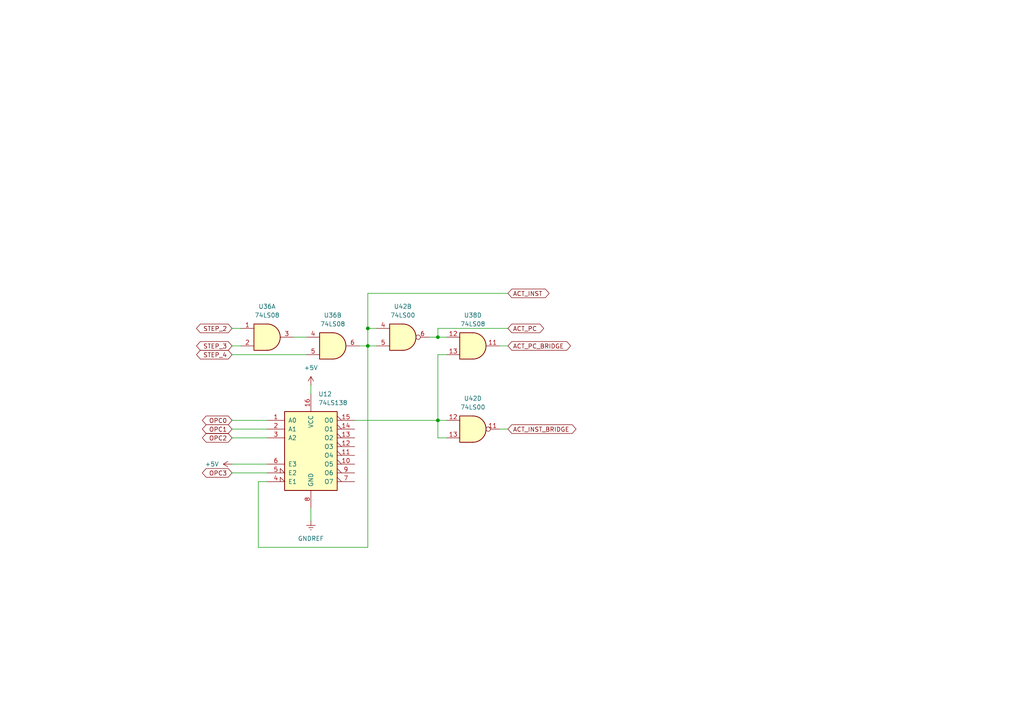
<source format=kicad_sch>
(kicad_sch (version 20250114) (generator "eeschema") (generator_version "9.0")
  (paper "A4")
  (title_block (title "Osnova8 CPU") (date "2026-01-12") (rev "1"))
  (lib_symbols
    (symbol "74xx:74LS00" (pin_names (offset 1.016))
      (property "Reference" "U" (at 0 1.27 0))
      (property "Value" "74LS00" (at 0 -1.27 0))
      (symbol "74LS00_1_1"
        (arc (start 0 3.81) (mid 3.7934 0) (end 0 -3.81) (stroke (width 0.254)) (fill (type background)))
        (polyline (pts (xy 0 3.81) (xy -3.81 3.81) (xy -3.81 -3.81) (xy 0 -3.81)) (stroke (width 0.254)) (fill (type background)))
        (pin input line (at -7.62 2.54 0) (length 3.81) (name "~") (number "1"))
        (pin input line (at -7.62 -2.54 0) (length 3.81) (name "~") (number "2"))
        (pin output inverted (at 7.62 0 180) (length 3.81) (name "~") (number "3"))
      )
      (symbol "74LS00_1_2"
        (arc (start -3.81 3.81) (mid -2.589 0) (end -3.81 -3.81) (stroke (width 0.254)))
        (polyline (pts (xy -3.81 3.81) (xy -0.635 3.81)) (stroke (width 0.254)) (fill (type background)))
        (polyline (pts (xy -3.81 -3.81) (xy -0.635 -3.81)) (stroke (width 0.254)) (fill (type background)))
        (arc (start 3.81 0) (mid 2.1855 -2.584) (end -0.6096 -3.81) (stroke (width 0.254)) (fill (type background)))
        (arc (start -0.6096 3.81) (mid 2.1928 2.5924) (end 3.81 0) (stroke (width 0.254)) (fill (type background)))
        (polyline (pts (xy -0.635 3.81) (xy -3.81 3.81) (xy -3.81 3.81) (xy -3.556 3.4036) (xy -3.0226 2.2606) (xy -2.6924 1.0414) (xy -2.6162 -0.254) (xy -2.7686 -1.4986) (xy -3.175 -2.7178) (xy -3.81 -3.81) (xy -3.81 -3.81) (xy -0.635 -3.81)) (stroke (width -25.4)) (fill (type background)))
        (pin input inverted (at -7.62 2.54 0) (length 4.318) (name "~") (number "1"))
        (pin input inverted (at -7.62 -2.54 0) (length 4.318) (name "~") (number "2"))
        (pin output line (at 7.62 0 180) (length 3.81) (name "~") (number "3"))
      )
      (symbol "74LS00_2_1"
        (arc (start 0 3.81) (mid 3.7934 0) (end 0 -3.81) (stroke (width 0.254)) (fill (type background)))
        (polyline (pts (xy 0 3.81) (xy -3.81 3.81) (xy -3.81 -3.81) (xy 0 -3.81)) (stroke (width 0.254)) (fill (type background)))
        (pin input line (at -7.62 2.54 0) (length 3.81) (name "~") (number "4"))
        (pin input line (at -7.62 -2.54 0) (length 3.81) (name "~") (number "5"))
        (pin output inverted (at 7.62 0 180) (length 3.81) (name "~") (number "6"))
      )
      (symbol "74LS00_2_2"
        (arc (start -3.81 3.81) (mid -2.589 0) (end -3.81 -3.81) (stroke (width 0.254)))
        (polyline (pts (xy -3.81 3.81) (xy -0.635 3.81)) (stroke (width 0.254)) (fill (type background)))
        (polyline (pts (xy -3.81 -3.81) (xy -0.635 -3.81)) (stroke (width 0.254)) (fill (type background)))
        (arc (start 3.81 0) (mid 2.1855 -2.584) (end -0.6096 -3.81) (stroke (width 0.254)) (fill (type background)))
        (arc (start -0.6096 3.81) (mid 2.1928 2.5924) (end 3.81 0) (stroke (width 0.254)) (fill (type background)))
        (polyline (pts (xy -0.635 3.81) (xy -3.81 3.81) (xy -3.81 3.81) (xy -3.556 3.4036) (xy -3.0226 2.2606) (xy -2.6924 1.0414) (xy -2.6162 -0.254) (xy -2.7686 -1.4986) (xy -3.175 -2.7178) (xy -3.81 -3.81) (xy -3.81 -3.81) (xy -0.635 -3.81)) (stroke (width -25.4)) (fill (type background)))
        (pin input inverted (at -7.62 2.54 0) (length 4.318) (name "~") (number "4"))
        (pin input inverted (at -7.62 -2.54 0) (length 4.318) (name "~") (number "5"))
        (pin output line (at 7.62 0 180) (length 3.81) (name "~") (number "6"))
      )
      (symbol "74LS00_3_1"
        (arc (start 0 3.81) (mid 3.7934 0) (end 0 -3.81) (stroke (width 0.254)) (fill (type background)))
        (polyline (pts (xy 0 3.81) (xy -3.81 3.81) (xy -3.81 -3.81) (xy 0 -3.81)) (stroke (width 0.254)) (fill (type background)))
        (pin input line (at -7.62 2.54 0) (length 3.81) (name "~") (number "9"))
        (pin input line (at -7.62 -2.54 0) (length 3.81) (name "~") (number "10"))
        (pin output inverted (at 7.62 0 180) (length 3.81) (name "~") (number "8"))
      )
      (symbol "74LS00_3_2"
        (arc (start -3.81 3.81) (mid -2.589 0) (end -3.81 -3.81) (stroke (width 0.254)))
        (polyline (pts (xy -3.81 3.81) (xy -0.635 3.81)) (stroke (width 0.254)) (fill (type background)))
        (polyline (pts (xy -3.81 -3.81) (xy -0.635 -3.81)) (stroke (width 0.254)) (fill (type background)))
        (arc (start 3.81 0) (mid 2.1855 -2.584) (end -0.6096 -3.81) (stroke (width 0.254)) (fill (type background)))
        (arc (start -0.6096 3.81) (mid 2.1928 2.5924) (end 3.81 0) (stroke (width 0.254)) (fill (type background)))
        (polyline (pts (xy -0.635 3.81) (xy -3.81 3.81) (xy -3.81 3.81) (xy -3.556 3.4036) (xy -3.0226 2.2606) (xy -2.6924 1.0414) (xy -2.6162 -0.254) (xy -2.7686 -1.4986) (xy -3.175 -2.7178) (xy -3.81 -3.81) (xy -3.81 -3.81) (xy -0.635 -3.81)) (stroke (width -25.4)) (fill (type background)))
        (pin input inverted (at -7.62 2.54 0) (length 4.318) (name "~") (number "9"))
        (pin input inverted (at -7.62 -2.54 0) (length 4.318) (name "~") (number "10"))
        (pin output line (at 7.62 0 180) (length 3.81) (name "~") (number "8"))
      )
      (symbol "74LS00_4_1"
        (arc (start 0 3.81) (mid 3.7934 0) (end 0 -3.81) (stroke (width 0.254)) (fill (type background)))
        (polyline (pts (xy 0 3.81) (xy -3.81 3.81) (xy -3.81 -3.81) (xy 0 -3.81)) (stroke (width 0.254)) (fill (type background)))
        (pin input line (at -7.62 2.54 0) (length 3.81) (name "~") (number "12"))
        (pin input line (at -7.62 -2.54 0) (length 3.81) (name "~") (number "13"))
        (pin output inverted (at 7.62 0 180) (length 3.81) (name "~") (number "11"))
      )
      (symbol "74LS00_4_2"
        (arc (start -3.81 3.81) (mid -2.589 0) (end -3.81 -3.81) (stroke (width 0.254)))
        (polyline (pts (xy -3.81 3.81) (xy -0.635 3.81)) (stroke (width 0.254)) (fill (type background)))
        (polyline (pts (xy -3.81 -3.81) (xy -0.635 -3.81)) (stroke (width 0.254)) (fill (type background)))
        (arc (start 3.81 0) (mid 2.1855 -2.584) (end -0.6096 -3.81) (stroke (width 0.254)) (fill (type background)))
        (arc (start -0.6096 3.81) (mid 2.1928 2.5924) (end 3.81 0) (stroke (width 0.254)) (fill (type background)))
        (polyline (pts (xy -0.635 3.81) (xy -3.81 3.81) (xy -3.81 3.81) (xy -3.556 3.4036) (xy -3.0226 2.2606) (xy -2.6924 1.0414) (xy -2.6162 -0.254) (xy -2.7686 -1.4986) (xy -3.175 -2.7178) (xy -3.81 -3.81) (xy -3.81 -3.81) (xy -0.635 -3.81)) (stroke (width -25.4)) (fill (type background)))
        (pin input inverted (at -7.62 2.54 0) (length 4.318) (name "~") (number "12"))
        (pin input inverted (at -7.62 -2.54 0) (length 4.318) (name "~") (number "13"))
        (pin output line (at 7.62 0 180) (length 3.81) (name "~") (number "11"))
      )
      (symbol "74LS00_5_0"
        (pin power_in line (at 0 12.7 270) (length 5.08) (name "VCC") (number "14"))
        (pin power_in line (at 0 -12.7 90) (length 5.08) (name "GND") (number "7"))
      )
      (symbol "74LS00_5_1"
        (rectangle (start -5.08 7.62) (end 5.08 -7.62) (stroke (width 0.254)) (fill (type background)))
      )
    )
    (symbol "74xx:74LS08" (pin_names (offset 1.016))
      (property "Reference" "U" (at 0 1.27 0))
      (property "Value" "74LS08" (at 0 -1.27 0))
      (symbol "74LS08_1_1"
        (arc (start 0 3.81) (mid 3.7934 0) (end 0 -3.81) (stroke (width 0.254)) (fill (type background)))
        (polyline (pts (xy 0 3.81) (xy -3.81 3.81) (xy -3.81 -3.81) (xy 0 -3.81)) (stroke (width 0.254)) (fill (type background)))
        (pin input line (at -7.62 2.54 0) (length 3.81) (name "~") (number "1"))
        (pin input line (at -7.62 -2.54 0) (length 3.81) (name "~") (number "2"))
        (pin output line (at 7.62 0 180) (length 3.81) (name "~") (number "3"))
      )
      (symbol "74LS08_1_2"
        (arc (start -3.81 3.81) (mid -2.589 0) (end -3.81 -3.81) (stroke (width 0.254)))
        (polyline (pts (xy -3.81 3.81) (xy -0.635 3.81)) (stroke (width 0.254)) (fill (type background)))
        (polyline (pts (xy -3.81 -3.81) (xy -0.635 -3.81)) (stroke (width 0.254)) (fill (type background)))
        (arc (start 3.81 0) (mid 2.1855 -2.584) (end -0.6096 -3.81) (stroke (width 0.254)) (fill (type background)))
        (arc (start -0.6096 3.81) (mid 2.1928 2.5924) (end 3.81 0) (stroke (width 0.254)) (fill (type background)))
        (polyline (pts (xy -0.635 3.81) (xy -3.81 3.81) (xy -3.81 3.81) (xy -3.556 3.4036) (xy -3.0226 2.2606) (xy -2.6924 1.0414) (xy -2.6162 -0.254) (xy -2.7686 -1.4986) (xy -3.175 -2.7178) (xy -3.81 -3.81) (xy -3.81 -3.81) (xy -0.635 -3.81)) (stroke (width -25.4)) (fill (type background)))
        (pin input inverted (at -7.62 2.54 0) (length 4.318) (name "~") (number "1"))
        (pin input inverted (at -7.62 -2.54 0) (length 4.318) (name "~") (number "2"))
        (pin output inverted (at 7.62 0 180) (length 3.81) (name "~") (number "3"))
      )
      (symbol "74LS08_2_1"
        (arc (start 0 3.81) (mid 3.7934 0) (end 0 -3.81) (stroke (width 0.254)) (fill (type background)))
        (polyline (pts (xy 0 3.81) (xy -3.81 3.81) (xy -3.81 -3.81) (xy 0 -3.81)) (stroke (width 0.254)) (fill (type background)))
        (pin input line (at -7.62 2.54 0) (length 3.81) (name "~") (number "4"))
        (pin input line (at -7.62 -2.54 0) (length 3.81) (name "~") (number "5"))
        (pin output line (at 7.62 0 180) (length 3.81) (name "~") (number "6"))
      )
      (symbol "74LS08_2_2"
        (arc (start -3.81 3.81) (mid -2.589 0) (end -3.81 -3.81) (stroke (width 0.254)))
        (polyline (pts (xy -3.81 3.81) (xy -0.635 3.81)) (stroke (width 0.254)) (fill (type background)))
        (polyline (pts (xy -3.81 -3.81) (xy -0.635 -3.81)) (stroke (width 0.254)) (fill (type background)))
        (arc (start 3.81 0) (mid 2.1855 -2.584) (end -0.6096 -3.81) (stroke (width 0.254)) (fill (type background)))
        (arc (start -0.6096 3.81) (mid 2.1928 2.5924) (end 3.81 0) (stroke (width 0.254)) (fill (type background)))
        (polyline (pts (xy -0.635 3.81) (xy -3.81 3.81) (xy -3.81 3.81) (xy -3.556 3.4036) (xy -3.0226 2.2606) (xy -2.6924 1.0414) (xy -2.6162 -0.254) (xy -2.7686 -1.4986) (xy -3.175 -2.7178) (xy -3.81 -3.81) (xy -3.81 -3.81) (xy -0.635 -3.81)) (stroke (width -25.4)) (fill (type background)))
        (pin input inverted (at -7.62 2.54 0) (length 4.318) (name "~") (number "4"))
        (pin input inverted (at -7.62 -2.54 0) (length 4.318) (name "~") (number "5"))
        (pin output inverted (at 7.62 0 180) (length 3.81) (name "~") (number "6"))
      )
      (symbol "74LS08_3_1"
        (arc (start 0 3.81) (mid 3.7934 0) (end 0 -3.81) (stroke (width 0.254)) (fill (type background)))
        (polyline (pts (xy 0 3.81) (xy -3.81 3.81) (xy -3.81 -3.81) (xy 0 -3.81)) (stroke (width 0.254)) (fill (type background)))
        (pin input line (at -7.62 2.54 0) (length 3.81) (name "~") (number "9"))
        (pin input line (at -7.62 -2.54 0) (length 3.81) (name "~") (number "10"))
        (pin output line (at 7.62 0 180) (length 3.81) (name "~") (number "8"))
      )
      (symbol "74LS08_3_2"
        (arc (start -3.81 3.81) (mid -2.589 0) (end -3.81 -3.81) (stroke (width 0.254)))
        (polyline (pts (xy -3.81 3.81) (xy -0.635 3.81)) (stroke (width 0.254)) (fill (type background)))
        (polyline (pts (xy -3.81 -3.81) (xy -0.635 -3.81)) (stroke (width 0.254)) (fill (type background)))
        (arc (start 3.81 0) (mid 2.1855 -2.584) (end -0.6096 -3.81) (stroke (width 0.254)) (fill (type background)))
        (arc (start -0.6096 3.81) (mid 2.1928 2.5924) (end 3.81 0) (stroke (width 0.254)) (fill (type background)))
        (polyline (pts (xy -0.635 3.81) (xy -3.81 3.81) (xy -3.81 3.81) (xy -3.556 3.4036) (xy -3.0226 2.2606) (xy -2.6924 1.0414) (xy -2.6162 -0.254) (xy -2.7686 -1.4986) (xy -3.175 -2.7178) (xy -3.81 -3.81) (xy -3.81 -3.81) (xy -0.635 -3.81)) (stroke (width -25.4)) (fill (type background)))
        (pin input inverted (at -7.62 2.54 0) (length 4.318) (name "~") (number "9"))
        (pin input inverted (at -7.62 -2.54 0) (length 4.318) (name "~") (number "10"))
        (pin output inverted (at 7.62 0 180) (length 3.81) (name "~") (number "8"))
      )
      (symbol "74LS08_4_1"
        (arc (start 0 3.81) (mid 3.7934 0) (end 0 -3.81) (stroke (width 0.254)) (fill (type background)))
        (polyline (pts (xy 0 3.81) (xy -3.81 3.81) (xy -3.81 -3.81) (xy 0 -3.81)) (stroke (width 0.254)) (fill (type background)))
        (pin input line (at -7.62 2.54 0) (length 3.81) (name "~") (number "12"))
        (pin input line (at -7.62 -2.54 0) (length 3.81) (name "~") (number "13"))
        (pin output line (at 7.62 0 180) (length 3.81) (name "~") (number "11"))
      )
      (symbol "74LS08_4_2"
        (arc (start -3.81 3.81) (mid -2.589 0) (end -3.81 -3.81) (stroke (width 0.254)))
        (polyline (pts (xy -3.81 3.81) (xy -0.635 3.81)) (stroke (width 0.254)) (fill (type background)))
        (polyline (pts (xy -3.81 -3.81) (xy -0.635 -3.81)) (stroke (width 0.254)) (fill (type background)))
        (arc (start 3.81 0) (mid 2.1855 -2.584) (end -0.6096 -3.81) (stroke (width 0.254)) (fill (type background)))
        (arc (start -0.6096 3.81) (mid 2.1928 2.5924) (end 3.81 0) (stroke (width 0.254)) (fill (type background)))
        (polyline (pts (xy -0.635 3.81) (xy -3.81 3.81) (xy -3.81 3.81) (xy -3.556 3.4036) (xy -3.0226 2.2606) (xy -2.6924 1.0414) (xy -2.6162 -0.254) (xy -2.7686 -1.4986) (xy -3.175 -2.7178) (xy -3.81 -3.81) (xy -3.81 -3.81) (xy -0.635 -3.81)) (stroke (width -25.4)) (fill (type background)))
        (pin input inverted (at -7.62 2.54 0) (length 4.318) (name "~") (number "12"))
        (pin input inverted (at -7.62 -2.54 0) (length 4.318) (name "~") (number "13"))
        (pin output inverted (at 7.62 0 180) (length 3.81) (name "~") (number "11"))
      )
      (symbol "74LS08_5_0"
        (pin power_in line (at 0 12.7 270) (length 5.08) (name "VCC") (number "14"))
        (pin power_in line (at 0 -12.7 90) (length 5.08) (name "GND") (number "7"))
      )
      (symbol "74LS08_5_1"
        (rectangle (start -5.08 7.62) (end 5.08 -7.62) (stroke (width 0.254)) (fill (type background)))
      )
    )
    (symbol "74xx:74LS138" (pin_names (offset 1.016))
      (property "Reference" "U" (at -7.62 11.43 0))
      (property "Value" "74LS138" (at -7.62 -13.97 0))
      (symbol "74LS138_1_0"
        (pin input line (at -12.7 7.62 0) (length 5.08) (name "A0") (number "1"))
        (pin input line (at -12.7 5.08 0) (length 5.08) (name "A1") (number "2"))
        (pin input line (at -12.7 2.54 0) (length 5.08) (name "A2") (number "3"))
        (pin input line (at -12.7 -5.08 0) (length 5.08) (name "E3") (number "6"))
        (pin input input_low (at -12.7 -7.62 0) (length 5.08) (name "E2") (number "5"))
        (pin input input_low (at -12.7 -10.16 0) (length 5.08) (name "E1") (number "4"))
        (pin power_in line (at 0 15.24 270) (length 5.08) (name "VCC") (number "16"))
        (pin power_in line (at 0 -17.78 90) (length 5.08) (name "GND") (number "8"))
        (pin output output_low (at 12.7 7.62 180) (length 5.08) (name "O0") (number "15"))
        (pin output output_low (at 12.7 5.08 180) (length 5.08) (name "O1") (number "14"))
        (pin output output_low (at 12.7 2.54 180) (length 5.08) (name "O2") (number "13"))
        (pin output output_low (at 12.7 0 180) (length 5.08) (name "O3") (number "12"))
        (pin output output_low (at 12.7 -2.54 180) (length 5.08) (name "O4") (number "11"))
        (pin output output_low (at 12.7 -5.08 180) (length 5.08) (name "O5") (number "10"))
        (pin output output_low (at 12.7 -7.62 180) (length 5.08) (name "O6") (number "9"))
        (pin output output_low (at 12.7 -10.16 180) (length 5.08) (name "O7") (number "7"))
      )
      (symbol "74LS138_1_1"
        (rectangle (start -7.62 10.16) (end 7.62 -12.7) (stroke (width 0.254)) (fill (type background)))
      )
    )
    (symbol "power:+5V" (power) (pin_numbers (hide yes)) (pin_names (offset 0) (hide yes))
      (property "Value" "+5V" (at 0 3.556 0))
      (symbol "+5V_0_1"
        (polyline (pts (xy -0.762 1.27) (xy 0 2.54)))
        (polyline (pts (xy 0 2.54) (xy 0.762 1.27)))
        (polyline (pts (xy 0 0) (xy 0 2.54)))
      )
      (symbol "+5V_1_1"
        (pin power_in line (at 0 0 90) (length 0) (name "~") (number "1"))
      )
    )
    (symbol "power:GNDREF" (power) (pin_numbers (hide yes)) (pin_names (offset 0) (hide yes))
      (property "Value" "GNDREF" (at 0 -3.81 0))
      (symbol "GNDREF_0_1"
        (polyline (pts (xy -0.635 -1.905) (xy 0.635 -1.905)))
        (polyline (pts (xy -0.127 -2.54) (xy 0.127 -2.54)))
        (polyline (pts (xy 0 -1.27) (xy 0 0)))
        (polyline (pts (xy 1.27 -1.27) (xy -1.27 -1.27)))
      )
      (symbol "GNDREF_1_1"
        (pin power_in line (at 0 0 270) (length 0) (name "~") (number "1"))
      )
    )
  )
  (junction (at 106.68 95.25))
  (junction (at 127 121.92))
  (junction (at 106.68 100.33))
  (junction (at 127 97.79))
  (wire (pts (xy 77.47 139.7) (xy 74.93 139.7)))
  (wire (pts (xy 147.32 100.33) (xy 144.78 100.33)))
  (wire (pts (xy 69.85 95.25) (xy 67.31 95.25)))
  (wire (pts (xy 90.17 147.32) (xy 90.17 151.13)))
  (wire (pts (xy 106.68 95.25) (xy 106.68 100.33)))
  (wire (pts (xy 67.31 102.87) (xy 88.9 102.87)))
  (wire (pts (xy 106.68 158.75) (xy 106.68 100.33)))
  (wire (pts (xy 67.31 121.92) (xy 77.47 121.92)))
  (wire (pts (xy 102.87 121.92) (xy 127 121.92)))
  (wire (pts (xy 77.47 134.62) (xy 67.31 134.62)))
  (wire (pts (xy 67.31 124.46) (xy 77.47 124.46)))
  (wire (pts (xy 74.93 139.7) (xy 74.93 158.75)))
  (wire (pts (xy 127 95.25) (xy 127 97.79)))
  (wire (pts (xy 106.68 85.09) (xy 106.68 95.25)))
  (wire (pts (xy 69.85 100.33) (xy 67.31 100.33)))
  (wire (pts (xy 147.32 85.09) (xy 106.68 85.09)))
  (wire (pts (xy 106.68 95.25) (xy 109.22 95.25)))
  (wire (pts (xy 129.54 121.92) (xy 127 121.92)))
  (wire (pts (xy 90.17 111.76) (xy 90.17 114.3)))
  (wire (pts (xy 127 97.79) (xy 129.54 97.79)))
  (wire (pts (xy 127 127) (xy 127 121.92)))
  (wire (pts (xy 74.93 158.75) (xy 106.68 158.75)))
  (wire (pts (xy 109.22 100.33) (xy 106.68 100.33)))
  (wire (pts (xy 127 102.87) (xy 129.54 102.87)))
  (wire (pts (xy 104.14 100.33) (xy 106.68 100.33)))
  (wire (pts (xy 127 97.79) (xy 124.46 97.79)))
  (wire (pts (xy 85.09 97.79) (xy 88.9 97.79)))
  (wire (pts (xy 147.32 124.46) (xy 144.78 124.46)))
  (wire (pts (xy 129.54 127) (xy 127 127)))
  (wire (pts (xy 147.32 95.25) (xy 127 95.25)))
  (wire (pts (xy 67.31 137.16) (xy 77.47 137.16)))
  (wire (pts (xy 127 121.92) (xy 127 102.87)))
  (wire (pts (xy 67.31 127) (xy 77.47 127)))
  (global_label "ACT_INST" (shape bidirectional) (at 147.32 85.09 0) (property "Intersheetrefs" "${INTERSHEET_REFS}" (effects (hide yes))))
  (global_label "STEP_2" (shape bidirectional) (at 67.31 95.25 180) (property "Intersheetrefs" "${INTERSHEET_REFS}" (effects (hide yes))))
  (global_label "ACT_PC_BRIDGE" (shape bidirectional) (at 147.32 100.33 0) (property "Intersheetrefs" "${INTERSHEET_REFS}" (effects (hide yes))))
  (global_label "STEP_4" (shape bidirectional) (at 67.31 102.87 180) (property "Intersheetrefs" "${INTERSHEET_REFS}" (effects (hide yes))))
  (global_label "ACT_INST_BRIDGE" (shape bidirectional) (at 147.32 124.46 0) (property "Intersheetrefs" "${INTERSHEET_REFS}" (effects (hide yes))))
  (global_label "STEP_3" (shape bidirectional) (at 67.31 100.33 180) (property "Intersheetrefs" "${INTERSHEET_REFS}" (effects (hide yes))))
  (global_label "OPC0" (shape bidirectional) (at 67.31 121.92 180) (property "Intersheetrefs" "${INTERSHEET_REFS}" (effects (hide yes))))
  (global_label "OPC2" (shape bidirectional) (at 67.31 127 180) (property "Intersheetrefs" "${INTERSHEET_REFS}" (effects (hide yes))))
  (global_label "OPC1" (shape bidirectional) (at 67.31 124.46 180) (property "Intersheetrefs" "${INTERSHEET_REFS}" (effects (hide yes))))
  (global_label "ACT_PC" (shape bidirectional) (at 147.32 95.25 0) (property "Intersheetrefs" "${INTERSHEET_REFS}" (effects (hide yes))))
  (global_label "OPC3" (shape bidirectional) (at 67.31 137.16 180) (property "Intersheetrefs" "${INTERSHEET_REFS}" (effects (hide yes))))
  (symbol (lib_id "power:GNDREF") (at 90.17 151.13 0) (mirror y) (unit 1)
    (property "Reference" "#PWR042" (effects (hide yes)))
    (property "Value" "GNDREF" (at 90.17 156.21 0))
    (property "Description" "Power symbol creates a global label with name \"GNDREF\" , reference supply ground" (effects (hide yes)))
  )
  (symbol (lib_id "power:+5V") (at 90.17 111.76 0) (mirror y) (unit 1)
    (property "Reference" "#PWR041" (effects (hide yes)))
    (property "Value" "+5V" (at 90.17 106.68 0))
    (property "Description" "Power symbol creates a global label with name \"+5V\"" (effects (hide yes)))
  )
  (symbol (lib_id "74xx:74LS08") (at 77.47 97.79 0) (unit 1)
    (property "Reference" "U36" (at 77.4617 88.9 0))
    (property "Value" "74LS08" (at 77.4617 91.44 0))
    (property "Datasheet" "http://www.ti.com/lit/gpn/sn74LS08" (effects (hide yes)))
    (property "Description" "Quad And2" (effects (hide yes)))
  )
  (symbol (lib_id "74xx:74LS00") (at 116.84 97.79 0) (unit 2)
    (property "Reference" "U42" (at 116.8317 88.9 0))
    (property "Value" "74LS00" (at 116.8317 91.44 0))
    (property "Datasheet" "http://www.ti.com/lit/gpn/sn74ls00" (effects (hide yes)))
    (property "Description" "quad 2-input NAND gate" (effects (hide yes)))
  )
  (symbol (lib_id "power:+5V") (at 67.31 134.62 90) (unit 1)
    (property "Reference" "#PWR049" (effects (hide yes)))
    (property "Value" "+5V" (at 63.5 134.6199 90) (effects (justify left)))
    (property "Description" "Power symbol creates a global label with name \"+5V\"" (effects (hide yes)))
  )
  (symbol (lib_id "74xx:74LS08") (at 137.16 100.33 0) (unit 4)
    (property "Reference" "U38" (at 137.1517 91.44 0))
    (property "Value" "74LS08" (at 137.1517 93.98 0))
    (property "Datasheet" "http://www.ti.com/lit/gpn/sn74LS08" (effects (hide yes)))
    (property "Description" "Quad And2" (effects (hide yes)))
  )
  (symbol (lib_id "74xx:74LS08") (at 96.52 100.33 0) (unit 2)
    (property "Reference" "U36" (at 96.5117 91.44 0))
    (property "Value" "74LS08" (at 96.5117 93.98 0))
    (property "Datasheet" "http://www.ti.com/lit/gpn/sn74LS08" (effects (hide yes)))
    (property "Description" "Quad And2" (effects (hide yes)))
  )
  (symbol (lib_id "74xx:74LS138") (at 90.17 129.54 0) (unit 1)
    (property "Reference" "U12" (at 92.3133 114.3 0) (effects (justify left)))
    (property "Value" "74LS138" (at 92.3133 116.84 0) (effects (justify left)))
    (property "Datasheet" "http://www.ti.com/lit/gpn/sn74LS138" (effects (hide yes)))
    (property "Description" "Decoder 3 to 8 active low outputs" (effects (hide yes)))
  )
  (symbol (lib_id "74xx:74LS00") (at 137.16 124.46 0) (unit 4)
    (property "Reference" "U42" (at 137.1517 115.57 0))
    (property "Value" "74LS00" (at 137.1517 118.11 0))
    (property "Datasheet" "http://www.ti.com/lit/gpn/sn74ls00" (effects (hide yes)))
    (property "Description" "quad 2-input NAND gate" (effects (hide yes)))
  )
)
</source>
